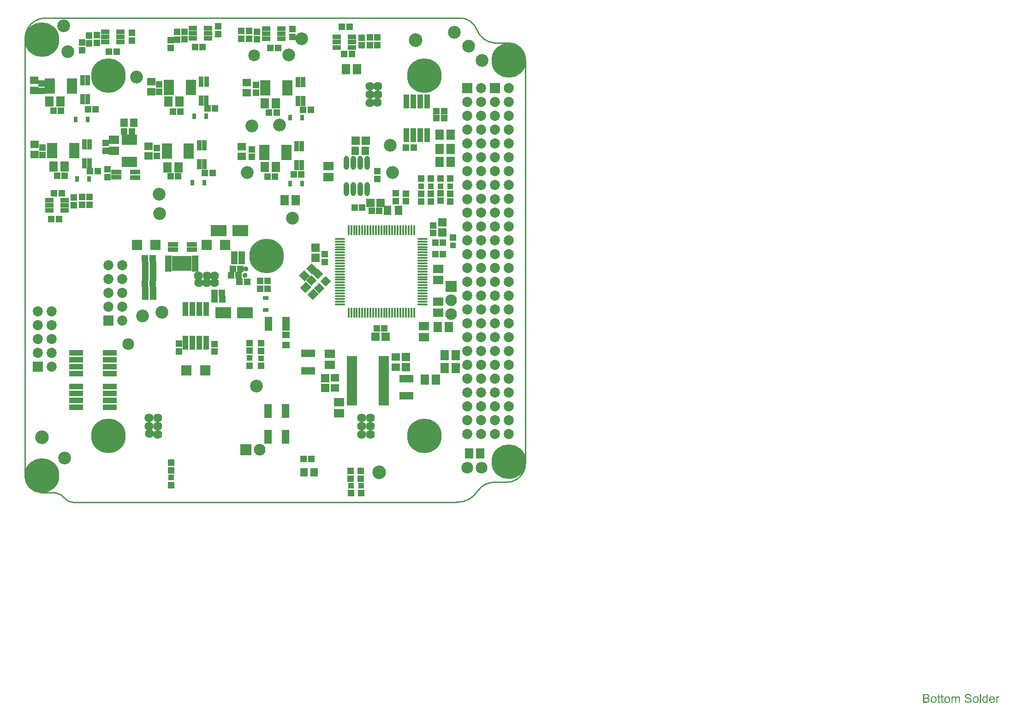
<source format=gbs>
G04*
G04 #@! TF.GenerationSoftware,Altium Limited,Altium Designer,18.1.7 (191)*
G04*
G04 Layer_Color=16711935*
%FSLAX25Y25*%
%MOIN*%
G70*
G01*
G75*
%ADD10C,0.01000*%
%ADD63R,0.04943X0.04943*%
%ADD65R,0.05731X0.10061*%
%ADD66R,0.05534X0.06124*%
%ADD69R,0.11243X0.08093*%
%ADD74R,0.10061X0.04156*%
%ADD75R,0.04550X0.04550*%
%ADD76R,0.07400X0.07400*%
%ADD78R,0.07400X0.06124*%
%ADD79C,0.09843*%
%ADD81R,0.06124X0.05534*%
%ADD82R,0.10061X0.05731*%
%ADD87R,0.04156X0.10061*%
%ADD89R,0.06124X0.07400*%
%ADD91R,0.08400X0.08400*%
%ADD92C,0.08400*%
%ADD93R,0.08400X0.08400*%
%ADD94C,0.07306*%
%ADD95R,0.07306X0.07306*%
%ADD96C,0.08487*%
%ADD97C,0.25022*%
%ADD98C,0.09274*%
%ADD99C,0.03762*%
%ADD100C,0.06400*%
%ADD146R,0.05534X0.04550*%
%ADD147R,0.07502X0.02581*%
%ADD148R,0.04943X0.02187*%
%ADD149R,0.13998X0.10849*%
%ADD150O,0.07290X0.01581*%
%ADD151O,0.01581X0.07290*%
%ADD152O,0.03762X0.10061*%
%ADD153R,0.04550X0.04550*%
%ADD154R,0.04400X0.04400*%
%ADD155P,0.07548X4X180.0*%
%ADD156R,0.05337X0.06518*%
%ADD157R,0.02874X0.03937*%
%ADD158R,0.02874X0.03898*%
%ADD159R,0.06400X0.03400*%
%ADD160R,0.06124X0.06124*%
%ADD161R,0.03172X0.07306*%
%ADD162R,0.07306X0.03644*%
%ADD163R,0.03644X0.07306*%
%ADD164R,0.06124X0.06124*%
%ADD165R,0.04943X0.04943*%
G04:AMPARAMS|DCode=166|XSize=55.34mil|YSize=61.24mil|CornerRadius=0mil|HoleSize=0mil|Usage=FLASHONLY|Rotation=135.000|XOffset=0mil|YOffset=0mil|HoleType=Round|Shape=Rectangle|*
%AMROTATEDRECTD166*
4,1,4,0.04122,0.00209,-0.00209,-0.04122,-0.04122,-0.00209,0.00209,0.04122,0.04122,0.00209,0.0*
%
%ADD166ROTATEDRECTD166*%

G04:AMPARAMS|DCode=167|XSize=55.34mil|YSize=61.24mil|CornerRadius=0mil|HoleSize=0mil|Usage=FLASHONLY|Rotation=225.000|XOffset=0mil|YOffset=0mil|HoleType=Round|Shape=Rectangle|*
%AMROTATEDRECTD167*
4,1,4,-0.00209,0.04122,0.04122,-0.00209,0.00209,-0.04122,-0.04122,0.00209,-0.00209,0.04122,0.0*
%
%ADD167ROTATEDRECTD167*%

%ADD168R,0.03898X0.02874*%
%ADD169R,0.03937X0.02874*%
%ADD170R,0.07306X0.03172*%
G36*
X681736Y-138584D02*
X681800D01*
X681973Y-138602D01*
X682164Y-138629D01*
X682365Y-138675D01*
X682583Y-138730D01*
X682784Y-138803D01*
X682793D01*
X682811Y-138812D01*
X682838Y-138830D01*
X682875Y-138848D01*
X682966Y-138894D01*
X683084Y-138976D01*
X683221Y-139067D01*
X683357Y-139185D01*
X683485Y-139322D01*
X683603Y-139477D01*
Y-139486D01*
X683613Y-139495D01*
X683631Y-139522D01*
X683649Y-139550D01*
X683695Y-139641D01*
X683749Y-139759D01*
X683813Y-139905D01*
X683859Y-140078D01*
X683904Y-140260D01*
X683922Y-140461D01*
X683121Y-140524D01*
Y-140515D01*
Y-140497D01*
X683111Y-140470D01*
X683102Y-140424D01*
X683075Y-140324D01*
X683039Y-140187D01*
X682984Y-140041D01*
X682902Y-139896D01*
X682802Y-139759D01*
X682674Y-139631D01*
X682656Y-139622D01*
X682611Y-139586D01*
X682519Y-139531D01*
X682401Y-139477D01*
X682246Y-139422D01*
X682064Y-139367D01*
X681836Y-139331D01*
X681581Y-139322D01*
X681454D01*
X681399Y-139331D01*
X681326Y-139340D01*
X681162Y-139358D01*
X680980Y-139395D01*
X680798Y-139440D01*
X680624Y-139513D01*
X680552Y-139559D01*
X680479Y-139604D01*
X680461Y-139613D01*
X680424Y-139650D01*
X680369Y-139714D01*
X680315Y-139786D01*
X680251Y-139887D01*
X680196Y-139996D01*
X680160Y-140123D01*
X680142Y-140269D01*
Y-140287D01*
Y-140324D01*
X680151Y-140388D01*
X680169Y-140461D01*
X680196Y-140552D01*
X680242Y-140643D01*
X680297Y-140734D01*
X680378Y-140825D01*
X680388Y-140834D01*
X680433Y-140861D01*
X680470Y-140889D01*
X680506Y-140907D01*
X680561Y-140934D01*
X680624Y-140971D01*
X680707Y-140998D01*
X680798Y-141034D01*
X680898Y-141071D01*
X681016Y-141116D01*
X681144Y-141153D01*
X681289Y-141198D01*
X681454Y-141235D01*
X681636Y-141280D01*
X681645D01*
X681681Y-141289D01*
X681736Y-141299D01*
X681800Y-141317D01*
X681882Y-141335D01*
X681982Y-141362D01*
X682082Y-141390D01*
X682191Y-141417D01*
X682428Y-141481D01*
X682656Y-141545D01*
X682765Y-141581D01*
X682866Y-141618D01*
X682957Y-141645D01*
X683030Y-141681D01*
X683039D01*
X683057Y-141690D01*
X683084Y-141709D01*
X683121Y-141727D01*
X683221Y-141781D01*
X683339Y-141854D01*
X683476Y-141955D01*
X683613Y-142064D01*
X683740Y-142191D01*
X683849Y-142328D01*
X683859Y-142346D01*
X683895Y-142392D01*
X683931Y-142474D01*
X683986Y-142583D01*
X684032Y-142711D01*
X684077Y-142866D01*
X684104Y-143039D01*
X684114Y-143221D01*
Y-143230D01*
Y-143239D01*
Y-143266D01*
Y-143303D01*
X684095Y-143403D01*
X684077Y-143531D01*
X684041Y-143676D01*
X683995Y-143831D01*
X683922Y-143995D01*
X683822Y-144168D01*
Y-144177D01*
X683813Y-144186D01*
X683768Y-144241D01*
X683704Y-144323D01*
X683613Y-144414D01*
X683494Y-144524D01*
X683348Y-144642D01*
X683184Y-144751D01*
X682993Y-144852D01*
X682984D01*
X682966Y-144861D01*
X682938Y-144870D01*
X682902Y-144888D01*
X682847Y-144906D01*
X682784Y-144933D01*
X682638Y-144970D01*
X682465Y-145016D01*
X682255Y-145061D01*
X682027Y-145088D01*
X681781Y-145097D01*
X681636D01*
X681563Y-145088D01*
X681481D01*
X681390Y-145079D01*
X681280Y-145070D01*
X681053Y-145034D01*
X680816Y-144997D01*
X680579Y-144933D01*
X680351Y-144852D01*
X680342D01*
X680324Y-144842D01*
X680297Y-144824D01*
X680260Y-144806D01*
X680151Y-144751D01*
X680023Y-144669D01*
X679878Y-144560D01*
X679723Y-144432D01*
X679577Y-144278D01*
X679440Y-144105D01*
Y-144095D01*
X679422Y-144077D01*
X679413Y-144050D01*
X679386Y-144013D01*
X679367Y-143968D01*
X679340Y-143913D01*
X679276Y-143777D01*
X679213Y-143604D01*
X679158Y-143412D01*
X679121Y-143193D01*
X679103Y-142966D01*
X679887Y-142893D01*
Y-142902D01*
Y-142911D01*
X679896Y-142938D01*
Y-142975D01*
X679914Y-143057D01*
X679941Y-143175D01*
X679978Y-143294D01*
X680014Y-143430D01*
X680078Y-143558D01*
X680142Y-143676D01*
X680151Y-143685D01*
X680178Y-143722D01*
X680224Y-143786D01*
X680297Y-143850D01*
X680388Y-143931D01*
X680488Y-144013D01*
X680624Y-144095D01*
X680770Y-144168D01*
X680779D01*
X680789Y-144177D01*
X680816Y-144186D01*
X680843Y-144196D01*
X680934Y-144223D01*
X681053Y-144259D01*
X681198Y-144296D01*
X681362Y-144323D01*
X681545Y-144341D01*
X681745Y-144351D01*
X681827D01*
X681918Y-144341D01*
X682027Y-144332D01*
X682155Y-144314D01*
X682301Y-144296D01*
X682446Y-144259D01*
X682583Y-144214D01*
X682601Y-144205D01*
X682647Y-144186D01*
X682711Y-144150D01*
X682793Y-144114D01*
X682875Y-144050D01*
X682966Y-143986D01*
X683057Y-143913D01*
X683130Y-143822D01*
X683139Y-143813D01*
X683157Y-143777D01*
X683184Y-143731D01*
X683221Y-143658D01*
X683257Y-143585D01*
X683285Y-143494D01*
X683303Y-143394D01*
X683312Y-143285D01*
Y-143275D01*
Y-143230D01*
X683303Y-143175D01*
X683294Y-143102D01*
X683266Y-143029D01*
X683239Y-142938D01*
X683193Y-142847D01*
X683130Y-142765D01*
X683121Y-142756D01*
X683093Y-142729D01*
X683057Y-142692D01*
X682993Y-142638D01*
X682920Y-142583D01*
X682820Y-142519D01*
X682702Y-142456D01*
X682565Y-142401D01*
X682556Y-142392D01*
X682510Y-142383D01*
X682437Y-142355D01*
X682392Y-142346D01*
X682328Y-142328D01*
X682264Y-142301D01*
X682182Y-142282D01*
X682091Y-142255D01*
X681982Y-142228D01*
X681873Y-142201D01*
X681745Y-142164D01*
X681599Y-142128D01*
X681444Y-142091D01*
X681435D01*
X681408Y-142082D01*
X681362Y-142073D01*
X681308Y-142055D01*
X681235Y-142037D01*
X681153Y-142018D01*
X680971Y-141964D01*
X680770Y-141900D01*
X680561Y-141836D01*
X680378Y-141772D01*
X680297Y-141736D01*
X680224Y-141700D01*
X680215D01*
X680205Y-141690D01*
X680151Y-141654D01*
X680069Y-141608D01*
X679978Y-141535D01*
X679868Y-141454D01*
X679759Y-141353D01*
X679650Y-141235D01*
X679559Y-141107D01*
X679550Y-141089D01*
X679522Y-141044D01*
X679486Y-140971D01*
X679449Y-140880D01*
X679413Y-140761D01*
X679377Y-140624D01*
X679349Y-140479D01*
X679340Y-140324D01*
Y-140315D01*
Y-140306D01*
Y-140278D01*
Y-140242D01*
X679358Y-140151D01*
X679377Y-140032D01*
X679404Y-139896D01*
X679449Y-139741D01*
X679513Y-139586D01*
X679604Y-139431D01*
Y-139422D01*
X679613Y-139413D01*
X679659Y-139358D01*
X679723Y-139285D01*
X679805Y-139194D01*
X679914Y-139094D01*
X680051Y-138985D01*
X680215Y-138884D01*
X680397Y-138793D01*
X680406D01*
X680424Y-138784D01*
X680451Y-138775D01*
X680488Y-138757D01*
X680533Y-138739D01*
X680597Y-138721D01*
X680734Y-138684D01*
X680907Y-138648D01*
X681107Y-138611D01*
X681317Y-138584D01*
X681554Y-138575D01*
X681672D01*
X681736Y-138584D01*
D02*
G37*
G36*
X695692Y-144988D02*
X694973D01*
Y-144414D01*
X694964Y-144423D01*
X694955Y-144442D01*
X694927Y-144478D01*
X694891Y-144524D01*
X694845Y-144569D01*
X694791Y-144624D01*
X694727Y-144688D01*
X694645Y-144751D01*
X694563Y-144815D01*
X694472Y-144879D01*
X694362Y-144933D01*
X694244Y-144979D01*
X694126Y-145025D01*
X693989Y-145061D01*
X693843Y-145079D01*
X693688Y-145088D01*
X693634D01*
X693597Y-145079D01*
X693488Y-145070D01*
X693360Y-145052D01*
X693205Y-145016D01*
X693032Y-144961D01*
X692859Y-144888D01*
X692686Y-144788D01*
X692677D01*
X692668Y-144770D01*
X692613Y-144733D01*
X692531Y-144660D01*
X692431Y-144569D01*
X692313Y-144451D01*
X692194Y-144305D01*
X692076Y-144141D01*
X691976Y-143950D01*
Y-143941D01*
X691966Y-143922D01*
X691957Y-143895D01*
X691939Y-143859D01*
X691921Y-143804D01*
X691894Y-143740D01*
X691875Y-143676D01*
X691857Y-143594D01*
X691812Y-143412D01*
X691766Y-143203D01*
X691739Y-142966D01*
X691730Y-142711D01*
Y-142702D01*
Y-142683D01*
Y-142647D01*
Y-142592D01*
X691739Y-142538D01*
Y-142465D01*
X691757Y-142301D01*
X691784Y-142109D01*
X691830Y-141900D01*
X691885Y-141681D01*
X691957Y-141472D01*
Y-141463D01*
X691966Y-141444D01*
X691985Y-141417D01*
X692003Y-141381D01*
X692058Y-141280D01*
X692131Y-141153D01*
X692222Y-141016D01*
X692340Y-140880D01*
X692477Y-140734D01*
X692641Y-140615D01*
X692650D01*
X692659Y-140606D01*
X692686Y-140588D01*
X692723Y-140570D01*
X692814Y-140524D01*
X692941Y-140461D01*
X693087Y-140406D01*
X693260Y-140360D01*
X693451Y-140324D01*
X693652Y-140315D01*
X693725D01*
X693798Y-140324D01*
X693898Y-140333D01*
X694016Y-140360D01*
X694144Y-140388D01*
X694271Y-140433D01*
X694390Y-140497D01*
X694408Y-140506D01*
X694444Y-140524D01*
X694499Y-140570D01*
X694572Y-140615D01*
X694663Y-140679D01*
X694745Y-140761D01*
X694836Y-140843D01*
X694918Y-140943D01*
Y-138684D01*
X695692D01*
Y-144988D01*
D02*
G37*
G36*
X703646Y-140324D02*
X703746Y-140342D01*
X703864Y-140378D01*
X703992Y-140424D01*
X704137Y-140488D01*
X704292Y-140570D01*
X704010Y-141280D01*
X704001Y-141271D01*
X703964Y-141253D01*
X703910Y-141226D01*
X703837Y-141198D01*
X703755Y-141171D01*
X703655Y-141144D01*
X703554Y-141126D01*
X703454Y-141116D01*
X703409D01*
X703363Y-141126D01*
X703299Y-141135D01*
X703235Y-141153D01*
X703154Y-141180D01*
X703072Y-141217D01*
X702999Y-141271D01*
X702990Y-141280D01*
X702962Y-141299D01*
X702935Y-141335D01*
X702889Y-141381D01*
X702844Y-141444D01*
X702798Y-141517D01*
X702753Y-141599D01*
X702716Y-141700D01*
X702707Y-141718D01*
X702698Y-141772D01*
X702680Y-141854D01*
X702653Y-141964D01*
X702625Y-142100D01*
X702607Y-142255D01*
X702598Y-142419D01*
X702589Y-142601D01*
Y-144988D01*
X701814D01*
Y-140415D01*
X702516D01*
Y-141107D01*
X702525Y-141098D01*
X702561Y-141034D01*
X702607Y-140953D01*
X702680Y-140852D01*
X702753Y-140752D01*
X702835Y-140643D01*
X702917Y-140552D01*
X702999Y-140479D01*
X703008Y-140470D01*
X703035Y-140451D01*
X703090Y-140424D01*
X703144Y-140397D01*
X703217Y-140369D01*
X703308Y-140342D01*
X703400Y-140324D01*
X703500Y-140315D01*
X703563D01*
X703646Y-140324D01*
D02*
G37*
G36*
X674384D02*
X674448D01*
X674512Y-140333D01*
X674667Y-140360D01*
X674831Y-140406D01*
X675004Y-140479D01*
X675177Y-140570D01*
X675322Y-140697D01*
X675341Y-140716D01*
X675377Y-140770D01*
X675441Y-140852D01*
X675468Y-140916D01*
X675505Y-140980D01*
X675541Y-141062D01*
X675568Y-141144D01*
X675605Y-141235D01*
X675632Y-141344D01*
X675651Y-141454D01*
X675669Y-141581D01*
X675687Y-141709D01*
Y-141854D01*
Y-144988D01*
X674913D01*
Y-142119D01*
Y-142109D01*
Y-142100D01*
Y-142046D01*
Y-141964D01*
X674903Y-141864D01*
X674894Y-141754D01*
X674885Y-141645D01*
X674867Y-141535D01*
X674840Y-141454D01*
Y-141444D01*
X674822Y-141417D01*
X674803Y-141381D01*
X674776Y-141335D01*
X674740Y-141280D01*
X674694Y-141226D01*
X674639Y-141171D01*
X674566Y-141116D01*
X674557Y-141107D01*
X674530Y-141098D01*
X674494Y-141080D01*
X674430Y-141053D01*
X674366Y-141025D01*
X674284Y-141007D01*
X674202Y-140998D01*
X674102Y-140989D01*
X674056D01*
X674020Y-140998D01*
X673929Y-141007D01*
X673819Y-141025D01*
X673692Y-141071D01*
X673555Y-141126D01*
X673419Y-141208D01*
X673291Y-141317D01*
X673282Y-141335D01*
X673245Y-141381D01*
X673191Y-141454D01*
X673136Y-141563D01*
X673072Y-141709D01*
X673027Y-141882D01*
X672990Y-142091D01*
X672972Y-142337D01*
Y-144988D01*
X672198D01*
Y-142027D01*
Y-142018D01*
Y-142000D01*
Y-141982D01*
Y-141946D01*
X672189Y-141845D01*
X672170Y-141736D01*
X672152Y-141608D01*
X672116Y-141481D01*
X672070Y-141362D01*
X672007Y-141253D01*
X671997Y-141244D01*
X671970Y-141208D01*
X671924Y-141171D01*
X671861Y-141116D01*
X671779Y-141071D01*
X671669Y-141025D01*
X671542Y-140998D01*
X671387Y-140989D01*
X671332D01*
X671269Y-140998D01*
X671196Y-141007D01*
X671105Y-141034D01*
X670995Y-141062D01*
X670895Y-141107D01*
X670786Y-141162D01*
X670777Y-141171D01*
X670740Y-141198D01*
X670695Y-141235D01*
X670631Y-141289D01*
X670567Y-141362D01*
X670503Y-141454D01*
X670439Y-141554D01*
X670385Y-141672D01*
X670376Y-141690D01*
X670367Y-141736D01*
X670348Y-141809D01*
X670321Y-141909D01*
X670294Y-142046D01*
X670276Y-142210D01*
X670266Y-142401D01*
X670257Y-142620D01*
Y-144988D01*
X669483D01*
Y-140415D01*
X670175D01*
Y-141071D01*
X670185Y-141053D01*
X670212Y-141016D01*
X670266Y-140953D01*
X670330Y-140880D01*
X670412Y-140788D01*
X670512Y-140697D01*
X670622Y-140606D01*
X670749Y-140524D01*
X670767Y-140515D01*
X670813Y-140488D01*
X670886Y-140461D01*
X670986Y-140415D01*
X671105Y-140378D01*
X671241Y-140351D01*
X671396Y-140324D01*
X671560Y-140315D01*
X671642D01*
X671742Y-140324D01*
X671852Y-140342D01*
X671988Y-140369D01*
X672125Y-140406D01*
X672261Y-140461D01*
X672389Y-140533D01*
X672407Y-140542D01*
X672444Y-140570D01*
X672498Y-140615D01*
X672571Y-140688D01*
X672644Y-140770D01*
X672726Y-140870D01*
X672799Y-140989D01*
X672854Y-141126D01*
X672863Y-141116D01*
X672881Y-141089D01*
X672908Y-141053D01*
X672954Y-140998D01*
X673009Y-140934D01*
X673072Y-140870D01*
X673145Y-140798D01*
X673236Y-140716D01*
X673337Y-140643D01*
X673437Y-140570D01*
X673555Y-140506D01*
X673683Y-140442D01*
X673819Y-140388D01*
X673965Y-140351D01*
X674111Y-140324D01*
X674275Y-140315D01*
X674339D01*
X674384Y-140324D01*
D02*
G37*
G36*
X690819Y-144988D02*
X690044D01*
Y-138684D01*
X690819D01*
Y-144988D01*
D02*
G37*
G36*
X651518Y-138693D02*
X651591D01*
X651755Y-138711D01*
X651937Y-138730D01*
X652128Y-138766D01*
X652320Y-138812D01*
X652493Y-138875D01*
X652502D01*
X652511Y-138884D01*
X652566Y-138912D01*
X652648Y-138957D01*
X652739Y-139021D01*
X652848Y-139103D01*
X652967Y-139203D01*
X653076Y-139331D01*
X653176Y-139468D01*
X653185Y-139486D01*
X653212Y-139540D01*
X653258Y-139613D01*
X653304Y-139723D01*
X653349Y-139850D01*
X653395Y-139987D01*
X653422Y-140142D01*
X653431Y-140297D01*
Y-140315D01*
Y-140360D01*
X653422Y-140442D01*
X653404Y-140542D01*
X653376Y-140661D01*
X653331Y-140788D01*
X653276Y-140916D01*
X653203Y-141053D01*
X653194Y-141071D01*
X653167Y-141107D01*
X653112Y-141180D01*
X653039Y-141253D01*
X652948Y-141344D01*
X652839Y-141444D01*
X652702Y-141535D01*
X652548Y-141627D01*
X652557D01*
X652575Y-141636D01*
X652602Y-141645D01*
X652639Y-141663D01*
X652748Y-141700D01*
X652876Y-141763D01*
X653012Y-141845D01*
X653167Y-141946D01*
X653304Y-142064D01*
X653431Y-142210D01*
X653440Y-142228D01*
X653477Y-142282D01*
X653531Y-142365D01*
X653586Y-142474D01*
X653641Y-142620D01*
X653695Y-142774D01*
X653732Y-142957D01*
X653741Y-143157D01*
Y-143166D01*
Y-143175D01*
Y-143230D01*
X653732Y-143321D01*
X653714Y-143430D01*
X653695Y-143558D01*
X653659Y-143695D01*
X653613Y-143840D01*
X653550Y-143986D01*
X653541Y-144004D01*
X653513Y-144050D01*
X653477Y-144114D01*
X653422Y-144205D01*
X653349Y-144296D01*
X653276Y-144396D01*
X653185Y-144496D01*
X653085Y-144578D01*
X653076Y-144587D01*
X653039Y-144615D01*
X652976Y-144651D01*
X652894Y-144688D01*
X652794Y-144742D01*
X652675Y-144797D01*
X652548Y-144842D01*
X652393Y-144888D01*
X652374D01*
X652320Y-144906D01*
X652229Y-144915D01*
X652110Y-144933D01*
X651965Y-144952D01*
X651791Y-144970D01*
X651600Y-144979D01*
X651381Y-144988D01*
X648976D01*
Y-138684D01*
X651454D01*
X651518Y-138693D01*
D02*
G37*
G36*
X663042Y-140415D02*
X663826D01*
Y-141016D01*
X663042D01*
Y-143704D01*
Y-143722D01*
Y-143758D01*
Y-143813D01*
X663051Y-143877D01*
X663060Y-144023D01*
X663069Y-144086D01*
X663079Y-144132D01*
X663088Y-144150D01*
X663115Y-144186D01*
X663152Y-144232D01*
X663215Y-144278D01*
X663234Y-144287D01*
X663279Y-144305D01*
X663361Y-144323D01*
X663480Y-144332D01*
X663571D01*
X663616Y-144323D01*
X663680D01*
X663753Y-144314D01*
X663826Y-144305D01*
X663926Y-144988D01*
X663908D01*
X663871Y-144997D01*
X663807Y-145006D01*
X663726Y-145016D01*
X663634Y-145034D01*
X663534Y-145043D01*
X663334Y-145052D01*
X663261D01*
X663188Y-145043D01*
X663097Y-145034D01*
X662988Y-145025D01*
X662878Y-144997D01*
X662778Y-144970D01*
X662678Y-144924D01*
X662669Y-144915D01*
X662641Y-144897D01*
X662605Y-144870D01*
X662550Y-144824D01*
X662505Y-144779D01*
X662450Y-144715D01*
X662395Y-144651D01*
X662359Y-144569D01*
Y-144560D01*
X662341Y-144524D01*
X662332Y-144460D01*
X662313Y-144369D01*
X662295Y-144250D01*
X662286Y-144177D01*
Y-144095D01*
X662277Y-143995D01*
X662268Y-143895D01*
Y-143786D01*
Y-143658D01*
Y-141016D01*
X661694D01*
Y-140415D01*
X662268D01*
Y-139285D01*
X663042Y-138821D01*
Y-140415D01*
D02*
G37*
G36*
X660592D02*
X661375D01*
Y-141016D01*
X660592D01*
Y-143704D01*
Y-143722D01*
Y-143758D01*
Y-143813D01*
X660601Y-143877D01*
X660610Y-144023D01*
X660619Y-144086D01*
X660628Y-144132D01*
X660637Y-144150D01*
X660665Y-144186D01*
X660701Y-144232D01*
X660765Y-144278D01*
X660783Y-144287D01*
X660828Y-144305D01*
X660911Y-144323D01*
X661029Y-144332D01*
X661120D01*
X661166Y-144323D01*
X661229D01*
X661302Y-144314D01*
X661375Y-144305D01*
X661475Y-144988D01*
X661457D01*
X661421Y-144997D01*
X661357Y-145006D01*
X661275Y-145016D01*
X661184Y-145034D01*
X661084Y-145043D01*
X660883Y-145052D01*
X660810D01*
X660737Y-145043D01*
X660646Y-145034D01*
X660537Y-145025D01*
X660428Y-144997D01*
X660327Y-144970D01*
X660227Y-144924D01*
X660218Y-144915D01*
X660191Y-144897D01*
X660154Y-144870D01*
X660100Y-144824D01*
X660054Y-144779D01*
X660000Y-144715D01*
X659945Y-144651D01*
X659908Y-144569D01*
Y-144560D01*
X659890Y-144524D01*
X659881Y-144460D01*
X659863Y-144369D01*
X659845Y-144250D01*
X659835Y-144177D01*
Y-144095D01*
X659826Y-143995D01*
X659817Y-143895D01*
Y-143786D01*
Y-143658D01*
Y-141016D01*
X659243D01*
Y-140415D01*
X659817D01*
Y-139285D01*
X660592Y-138821D01*
Y-140415D01*
D02*
G37*
G36*
X698945Y-140324D02*
X699018Y-140333D01*
X699109Y-140351D01*
X699209Y-140369D01*
X699327Y-140397D01*
X699437Y-140424D01*
X699564Y-140470D01*
X699683Y-140515D01*
X699810Y-140579D01*
X699938Y-140652D01*
X700065Y-140734D01*
X700184Y-140834D01*
X700293Y-140943D01*
X700302Y-140953D01*
X700320Y-140971D01*
X700348Y-141007D01*
X700384Y-141062D01*
X700430Y-141126D01*
X700475Y-141198D01*
X700530Y-141289D01*
X700585Y-141399D01*
X700639Y-141517D01*
X700694Y-141645D01*
X700739Y-141791D01*
X700785Y-141946D01*
X700821Y-142119D01*
X700849Y-142301D01*
X700867Y-142492D01*
X700876Y-142702D01*
Y-142711D01*
Y-142747D01*
Y-142811D01*
X700867Y-142902D01*
X697451D01*
Y-142911D01*
Y-142938D01*
X697460Y-142975D01*
Y-143029D01*
X697469Y-143093D01*
X697487Y-143166D01*
X697514Y-143330D01*
X697569Y-143512D01*
X697642Y-143713D01*
X697742Y-143895D01*
X697870Y-144059D01*
X697879D01*
X697888Y-144077D01*
X697943Y-144123D01*
X698025Y-144186D01*
X698134Y-144250D01*
X698280Y-144323D01*
X698444Y-144387D01*
X698626Y-144432D01*
X698726Y-144442D01*
X698835Y-144451D01*
X698908D01*
X698990Y-144442D01*
X699090Y-144423D01*
X699200Y-144396D01*
X699327Y-144360D01*
X699446Y-144305D01*
X699564Y-144232D01*
X699573Y-144223D01*
X699619Y-144186D01*
X699674Y-144132D01*
X699737Y-144059D01*
X699810Y-143959D01*
X699892Y-143831D01*
X699974Y-143685D01*
X700047Y-143512D01*
X700849Y-143613D01*
Y-143622D01*
X700840Y-143640D01*
X700831Y-143676D01*
X700812Y-143731D01*
X700785Y-143786D01*
X700758Y-143859D01*
X700685Y-144013D01*
X700594Y-144186D01*
X700466Y-144369D01*
X700320Y-144542D01*
X700138Y-144706D01*
X700129D01*
X700111Y-144724D01*
X700083Y-144742D01*
X700047Y-144770D01*
X699992Y-144797D01*
X699938Y-144824D01*
X699865Y-144861D01*
X699783Y-144897D01*
X699692Y-144933D01*
X699601Y-144970D01*
X699373Y-145025D01*
X699118Y-145070D01*
X698835Y-145088D01*
X698735D01*
X698671Y-145079D01*
X698589Y-145070D01*
X698489Y-145052D01*
X698380Y-145034D01*
X698261Y-145016D01*
X698006Y-144943D01*
X697870Y-144888D01*
X697742Y-144833D01*
X697606Y-144760D01*
X697478Y-144678D01*
X697360Y-144587D01*
X697241Y-144478D01*
X697232Y-144469D01*
X697214Y-144451D01*
X697187Y-144414D01*
X697150Y-144360D01*
X697105Y-144296D01*
X697059Y-144223D01*
X697004Y-144132D01*
X696950Y-144032D01*
X696895Y-143913D01*
X696840Y-143786D01*
X696795Y-143640D01*
X696749Y-143485D01*
X696713Y-143321D01*
X696686Y-143139D01*
X696667Y-142948D01*
X696658Y-142747D01*
Y-142738D01*
Y-142692D01*
Y-142638D01*
X696667Y-142556D01*
X696676Y-142456D01*
X696686Y-142346D01*
X696704Y-142219D01*
X696731Y-142091D01*
X696804Y-141800D01*
X696849Y-141654D01*
X696904Y-141499D01*
X696977Y-141353D01*
X697059Y-141217D01*
X697150Y-141080D01*
X697250Y-140953D01*
X697259Y-140943D01*
X697278Y-140925D01*
X697314Y-140898D01*
X697360Y-140852D01*
X697414Y-140807D01*
X697487Y-140752D01*
X697569Y-140688D01*
X697669Y-140634D01*
X697769Y-140570D01*
X697888Y-140515D01*
X698015Y-140461D01*
X698152Y-140415D01*
X698298Y-140369D01*
X698453Y-140342D01*
X698617Y-140324D01*
X698790Y-140315D01*
X698881D01*
X698945Y-140324D01*
D02*
G37*
G36*
X687165D02*
X687248Y-140333D01*
X687339Y-140351D01*
X687439Y-140369D01*
X687557Y-140388D01*
X687803Y-140470D01*
X687931Y-140515D01*
X688058Y-140579D01*
X688186Y-140643D01*
X688313Y-140734D01*
X688432Y-140825D01*
X688550Y-140934D01*
X688559Y-140943D01*
X688578Y-140962D01*
X688605Y-140998D01*
X688641Y-141044D01*
X688687Y-141107D01*
X688741Y-141189D01*
X688796Y-141280D01*
X688851Y-141381D01*
X688905Y-141490D01*
X688960Y-141627D01*
X689015Y-141763D01*
X689060Y-141918D01*
X689097Y-142082D01*
X689124Y-142255D01*
X689142Y-142437D01*
X689151Y-142638D01*
Y-142647D01*
Y-142674D01*
Y-142720D01*
Y-142784D01*
X689142Y-142857D01*
X689133Y-142948D01*
Y-143039D01*
X689115Y-143139D01*
X689088Y-143367D01*
X689033Y-143594D01*
X688969Y-143822D01*
X688878Y-144032D01*
Y-144041D01*
X688869Y-144050D01*
X688851Y-144077D01*
X688833Y-144114D01*
X688769Y-144205D01*
X688687Y-144314D01*
X688578Y-144442D01*
X688441Y-144569D01*
X688286Y-144697D01*
X688104Y-144815D01*
X688095D01*
X688086Y-144824D01*
X688058Y-144842D01*
X688013Y-144861D01*
X687967Y-144879D01*
X687913Y-144897D01*
X687776Y-144952D01*
X687621Y-144997D01*
X687430Y-145043D01*
X687229Y-145079D01*
X687011Y-145088D01*
X686919D01*
X686847Y-145079D01*
X686765Y-145070D01*
X686674Y-145052D01*
X686564Y-145034D01*
X686455Y-145016D01*
X686209Y-144943D01*
X686072Y-144888D01*
X685945Y-144833D01*
X685817Y-144760D01*
X685690Y-144678D01*
X685571Y-144587D01*
X685453Y-144478D01*
X685444Y-144469D01*
X685426Y-144451D01*
X685398Y-144414D01*
X685362Y-144360D01*
X685316Y-144296D01*
X685271Y-144223D01*
X685216Y-144132D01*
X685161Y-144023D01*
X685107Y-143904D01*
X685052Y-143767D01*
X685006Y-143622D01*
X684961Y-143467D01*
X684924Y-143294D01*
X684897Y-143112D01*
X684879Y-142911D01*
X684870Y-142702D01*
Y-142683D01*
Y-142647D01*
X684879Y-142583D01*
Y-142492D01*
X684888Y-142392D01*
X684906Y-142264D01*
X684924Y-142137D01*
X684961Y-141991D01*
X684997Y-141845D01*
X685043Y-141690D01*
X685098Y-141526D01*
X685170Y-141372D01*
X685243Y-141226D01*
X685344Y-141080D01*
X685444Y-140943D01*
X685571Y-140825D01*
X685580Y-140816D01*
X685599Y-140807D01*
X685635Y-140779D01*
X685681Y-140743D01*
X685735Y-140707D01*
X685808Y-140661D01*
X685881Y-140615D01*
X685972Y-140570D01*
X686072Y-140524D01*
X686182Y-140479D01*
X686428Y-140397D01*
X686710Y-140333D01*
X686856Y-140324D01*
X687011Y-140315D01*
X687102D01*
X687165Y-140324D01*
D02*
G37*
G36*
X666595D02*
X666677Y-140333D01*
X666768Y-140351D01*
X666868Y-140369D01*
X666987Y-140388D01*
X667233Y-140470D01*
X667360Y-140515D01*
X667488Y-140579D01*
X667615Y-140643D01*
X667743Y-140734D01*
X667861Y-140825D01*
X667980Y-140934D01*
X667989Y-140943D01*
X668007Y-140962D01*
X668035Y-140998D01*
X668071Y-141044D01*
X668117Y-141107D01*
X668171Y-141189D01*
X668226Y-141280D01*
X668281Y-141381D01*
X668335Y-141490D01*
X668390Y-141627D01*
X668444Y-141763D01*
X668490Y-141918D01*
X668526Y-142082D01*
X668554Y-142255D01*
X668572Y-142437D01*
X668581Y-142638D01*
Y-142647D01*
Y-142674D01*
Y-142720D01*
Y-142784D01*
X668572Y-142857D01*
X668563Y-142948D01*
Y-143039D01*
X668545Y-143139D01*
X668517Y-143367D01*
X668463Y-143594D01*
X668399Y-143822D01*
X668308Y-144032D01*
Y-144041D01*
X668299Y-144050D01*
X668281Y-144077D01*
X668262Y-144114D01*
X668198Y-144205D01*
X668117Y-144314D01*
X668007Y-144442D01*
X667871Y-144569D01*
X667716Y-144697D01*
X667533Y-144815D01*
X667524D01*
X667515Y-144824D01*
X667488Y-144842D01*
X667442Y-144861D01*
X667397Y-144879D01*
X667342Y-144897D01*
X667205Y-144952D01*
X667051Y-144997D01*
X666859Y-145043D01*
X666659Y-145079D01*
X666440Y-145088D01*
X666349D01*
X666276Y-145079D01*
X666194Y-145070D01*
X666103Y-145052D01*
X665994Y-145034D01*
X665884Y-145016D01*
X665639Y-144943D01*
X665502Y-144888D01*
X665374Y-144833D01*
X665247Y-144760D01*
X665119Y-144678D01*
X665001Y-144587D01*
X664882Y-144478D01*
X664873Y-144469D01*
X664855Y-144451D01*
X664828Y-144414D01*
X664791Y-144360D01*
X664746Y-144296D01*
X664700Y-144223D01*
X664646Y-144132D01*
X664591Y-144023D01*
X664536Y-143904D01*
X664482Y-143767D01*
X664436Y-143622D01*
X664391Y-143467D01*
X664354Y-143294D01*
X664327Y-143112D01*
X664309Y-142911D01*
X664299Y-142702D01*
Y-142683D01*
Y-142647D01*
X664309Y-142583D01*
Y-142492D01*
X664318Y-142392D01*
X664336Y-142264D01*
X664354Y-142137D01*
X664391Y-141991D01*
X664427Y-141845D01*
X664472Y-141690D01*
X664527Y-141526D01*
X664600Y-141372D01*
X664673Y-141226D01*
X664773Y-141080D01*
X664873Y-140943D01*
X665001Y-140825D01*
X665010Y-140816D01*
X665028Y-140807D01*
X665065Y-140779D01*
X665110Y-140743D01*
X665165Y-140707D01*
X665238Y-140661D01*
X665311Y-140615D01*
X665402Y-140570D01*
X665502Y-140524D01*
X665611Y-140479D01*
X665857Y-140397D01*
X666140Y-140333D01*
X666285Y-140324D01*
X666440Y-140315D01*
X666531D01*
X666595Y-140324D01*
D02*
G37*
G36*
X656793D02*
X656875Y-140333D01*
X656966Y-140351D01*
X657066Y-140369D01*
X657185Y-140388D01*
X657431Y-140470D01*
X657558Y-140515D01*
X657686Y-140579D01*
X657813Y-140643D01*
X657941Y-140734D01*
X658059Y-140825D01*
X658178Y-140934D01*
X658187Y-140943D01*
X658205Y-140962D01*
X658232Y-140998D01*
X658269Y-141044D01*
X658314Y-141107D01*
X658369Y-141189D01*
X658423Y-141280D01*
X658478Y-141381D01*
X658533Y-141490D01*
X658587Y-141627D01*
X658642Y-141763D01*
X658688Y-141918D01*
X658724Y-142082D01*
X658751Y-142255D01*
X658770Y-142437D01*
X658779Y-142638D01*
Y-142647D01*
Y-142674D01*
Y-142720D01*
Y-142784D01*
X658770Y-142857D01*
X658760Y-142948D01*
Y-143039D01*
X658742Y-143139D01*
X658715Y-143367D01*
X658660Y-143594D01*
X658597Y-143822D01*
X658505Y-144032D01*
Y-144041D01*
X658496Y-144050D01*
X658478Y-144077D01*
X658460Y-144114D01*
X658396Y-144205D01*
X658314Y-144314D01*
X658205Y-144442D01*
X658068Y-144569D01*
X657913Y-144697D01*
X657731Y-144815D01*
X657722D01*
X657713Y-144824D01*
X657686Y-144842D01*
X657640Y-144861D01*
X657594Y-144879D01*
X657540Y-144897D01*
X657403Y-144952D01*
X657248Y-144997D01*
X657057Y-145043D01*
X656856Y-145079D01*
X656638Y-145088D01*
X656547D01*
X656474Y-145079D01*
X656392Y-145070D01*
X656301Y-145052D01*
X656191Y-145034D01*
X656082Y-145016D01*
X655836Y-144943D01*
X655700Y-144888D01*
X655572Y-144833D01*
X655444Y-144760D01*
X655317Y-144678D01*
X655198Y-144587D01*
X655080Y-144478D01*
X655071Y-144469D01*
X655053Y-144451D01*
X655025Y-144414D01*
X654989Y-144360D01*
X654943Y-144296D01*
X654898Y-144223D01*
X654843Y-144132D01*
X654789Y-144023D01*
X654734Y-143904D01*
X654679Y-143767D01*
X654634Y-143622D01*
X654588Y-143467D01*
X654552Y-143294D01*
X654524Y-143112D01*
X654506Y-142911D01*
X654497Y-142702D01*
Y-142683D01*
Y-142647D01*
X654506Y-142583D01*
Y-142492D01*
X654515Y-142392D01*
X654533Y-142264D01*
X654552Y-142137D01*
X654588Y-141991D01*
X654625Y-141845D01*
X654670Y-141690D01*
X654725Y-141526D01*
X654798Y-141372D01*
X654871Y-141226D01*
X654971Y-141080D01*
X655071Y-140943D01*
X655198Y-140825D01*
X655208Y-140816D01*
X655226Y-140807D01*
X655262Y-140779D01*
X655308Y-140743D01*
X655363Y-140707D01*
X655435Y-140661D01*
X655508Y-140615D01*
X655599Y-140570D01*
X655700Y-140524D01*
X655809Y-140479D01*
X656055Y-140397D01*
X656337Y-140333D01*
X656483Y-140324D01*
X656638Y-140315D01*
X656729D01*
X656793Y-140324D01*
D02*
G37*
%LPC*%
G36*
X693734Y-140953D02*
X693688D01*
X693652Y-140962D01*
X693552Y-140971D01*
X693433Y-141007D01*
X693296Y-141053D01*
X693151Y-141135D01*
X693005Y-141235D01*
X692932Y-141308D01*
X692868Y-141381D01*
Y-141390D01*
X692850Y-141399D01*
X692841Y-141426D01*
X692814Y-141463D01*
X692786Y-141508D01*
X692759Y-141563D01*
X692732Y-141627D01*
X692695Y-141700D01*
X692659Y-141791D01*
X692631Y-141891D01*
X692604Y-142000D01*
X692577Y-142119D01*
X692559Y-142246D01*
X692540Y-142392D01*
X692522Y-142547D01*
Y-142711D01*
Y-142720D01*
Y-142747D01*
Y-142793D01*
X692531Y-142857D01*
Y-142929D01*
X692540Y-143011D01*
X692568Y-143203D01*
X692613Y-143412D01*
X692677Y-143631D01*
X692768Y-143840D01*
X692823Y-143931D01*
X692887Y-144023D01*
X692896D01*
X692905Y-144041D01*
X692950Y-144086D01*
X693032Y-144159D01*
X693132Y-144232D01*
X693260Y-144314D01*
X693415Y-144387D01*
X693579Y-144432D01*
X693670Y-144442D01*
X693761Y-144451D01*
X693807D01*
X693843Y-144442D01*
X693943Y-144432D01*
X694062Y-144396D01*
X694198Y-144351D01*
X694344Y-144278D01*
X694490Y-144177D01*
X694563Y-144114D01*
X694627Y-144041D01*
Y-144032D01*
X694645Y-144023D01*
X694663Y-143995D01*
X694681Y-143959D01*
X694709Y-143913D01*
X694745Y-143868D01*
X694772Y-143795D01*
X694809Y-143722D01*
X694845Y-143640D01*
X694873Y-143549D01*
X694909Y-143439D01*
X694936Y-143330D01*
X694955Y-143203D01*
X694973Y-143075D01*
X694991Y-142929D01*
Y-142774D01*
Y-142765D01*
Y-142729D01*
Y-142683D01*
X694982Y-142620D01*
Y-142547D01*
X694973Y-142456D01*
X694964Y-142355D01*
X694945Y-142246D01*
X694900Y-142027D01*
X694836Y-141800D01*
X694745Y-141581D01*
X694690Y-141490D01*
X694627Y-141399D01*
Y-141390D01*
X694608Y-141381D01*
X694563Y-141326D01*
X694481Y-141253D01*
X694381Y-141171D01*
X694253Y-141089D01*
X694098Y-141025D01*
X693925Y-140971D01*
X693834Y-140962D01*
X693734Y-140953D01*
D02*
G37*
G36*
X651308Y-139431D02*
X649815D01*
Y-141326D01*
X651363D01*
X651482Y-141317D01*
X651609Y-141308D01*
X651737Y-141299D01*
X651864Y-141280D01*
X651965Y-141262D01*
X651983Y-141253D01*
X652019Y-141244D01*
X652074Y-141217D01*
X652147Y-141180D01*
X652219Y-141144D01*
X652302Y-141089D01*
X652384Y-141016D01*
X652447Y-140943D01*
X652456Y-140934D01*
X652475Y-140907D01*
X652502Y-140852D01*
X652529Y-140788D01*
X652557Y-140716D01*
X652584Y-140624D01*
X652602Y-140515D01*
X652611Y-140397D01*
Y-140378D01*
Y-140342D01*
X652602Y-140287D01*
X652593Y-140215D01*
X652575Y-140123D01*
X652548Y-140032D01*
X652511Y-139941D01*
X652456Y-139850D01*
X652447Y-139841D01*
X652429Y-139814D01*
X652393Y-139768D01*
X652347Y-139723D01*
X652283Y-139668D01*
X652210Y-139613D01*
X652119Y-139559D01*
X652019Y-139522D01*
X652010D01*
X651965Y-139504D01*
X651901Y-139495D01*
X651800Y-139477D01*
X651664Y-139458D01*
X651509Y-139449D01*
X651308Y-139431D01*
D02*
G37*
G36*
X651473Y-142073D02*
X649815D01*
Y-144241D01*
X651609D01*
X651800Y-144232D01*
X651883Y-144223D01*
X651955Y-144214D01*
X651965D01*
X652001Y-144205D01*
X652056Y-144196D01*
X652119Y-144177D01*
X652274Y-144123D01*
X652429Y-144050D01*
X652438Y-144041D01*
X652465Y-144023D01*
X652502Y-143995D01*
X652548Y-143959D01*
X652593Y-143904D01*
X652657Y-143850D01*
X652702Y-143777D01*
X652757Y-143695D01*
X652766Y-143685D01*
X652775Y-143658D01*
X652794Y-143604D01*
X652821Y-143540D01*
X652848Y-143467D01*
X652866Y-143376D01*
X652876Y-143266D01*
X652885Y-143157D01*
Y-143139D01*
Y-143102D01*
X652876Y-143029D01*
X652857Y-142948D01*
X652839Y-142857D01*
X652803Y-142756D01*
X652757Y-142656D01*
X652693Y-142556D01*
X652684Y-142547D01*
X652657Y-142510D01*
X652620Y-142465D01*
X652566Y-142410D01*
X652493Y-142346D01*
X652402Y-142282D01*
X652302Y-142228D01*
X652183Y-142182D01*
X652165Y-142173D01*
X652128Y-142164D01*
X652046Y-142146D01*
X651946Y-142128D01*
X651819Y-142109D01*
X651664Y-142091D01*
X651473Y-142073D01*
D02*
G37*
G36*
X698799Y-140953D02*
X698744D01*
X698708Y-140962D01*
X698608Y-140971D01*
X698489Y-140998D01*
X698344Y-141044D01*
X698189Y-141107D01*
X698043Y-141198D01*
X697897Y-141317D01*
X697879Y-141335D01*
X697842Y-141381D01*
X697779Y-141463D01*
X697715Y-141572D01*
X697642Y-141700D01*
X697578Y-141864D01*
X697524Y-142055D01*
X697496Y-142264D01*
X700056D01*
Y-142255D01*
Y-142237D01*
X700047Y-142210D01*
Y-142173D01*
X700029Y-142064D01*
X700001Y-141946D01*
X699956Y-141800D01*
X699910Y-141663D01*
X699837Y-141526D01*
X699755Y-141408D01*
Y-141399D01*
X699737Y-141390D01*
X699692Y-141335D01*
X699610Y-141262D01*
X699500Y-141180D01*
X699364Y-141098D01*
X699200Y-141025D01*
X699009Y-140971D01*
X698908Y-140962D01*
X698799Y-140953D01*
D02*
G37*
G36*
X687011D02*
X686956D01*
X686910Y-140962D01*
X686810Y-140971D01*
X686674Y-141007D01*
X686519Y-141062D01*
X686355Y-141135D01*
X686200Y-141244D01*
X686118Y-141317D01*
X686045Y-141390D01*
Y-141399D01*
X686027Y-141408D01*
X686009Y-141435D01*
X685981Y-141472D01*
X685954Y-141517D01*
X685926Y-141572D01*
X685890Y-141645D01*
X685854Y-141718D01*
X685817Y-141809D01*
X685781Y-141900D01*
X685753Y-142009D01*
X685726Y-142128D01*
X685699Y-142255D01*
X685681Y-142392D01*
X685672Y-142547D01*
X685662Y-142702D01*
Y-142711D01*
Y-142738D01*
Y-142784D01*
X685672Y-142847D01*
Y-142920D01*
X685681Y-143002D01*
X685708Y-143193D01*
X685753Y-143412D01*
X685826Y-143631D01*
X685917Y-143840D01*
X685981Y-143931D01*
X686045Y-144023D01*
X686054D01*
X686063Y-144041D01*
X686118Y-144086D01*
X686200Y-144159D01*
X686309Y-144232D01*
X686446Y-144314D01*
X686610Y-144387D01*
X686801Y-144432D01*
X686901Y-144442D01*
X687011Y-144451D01*
X687065D01*
X687111Y-144442D01*
X687211Y-144423D01*
X687348Y-144396D01*
X687494Y-144341D01*
X687657Y-144269D01*
X687812Y-144159D01*
X687894Y-144086D01*
X687967Y-144013D01*
X687976Y-144004D01*
X687985Y-143995D01*
X688004Y-143968D01*
X688031Y-143931D01*
X688058Y-143886D01*
X688095Y-143831D01*
X688131Y-143758D01*
X688168Y-143685D01*
X688204Y-143594D01*
X688231Y-143494D01*
X688268Y-143385D01*
X688295Y-143266D01*
X688322Y-143130D01*
X688341Y-142993D01*
X688359Y-142838D01*
Y-142674D01*
Y-142665D01*
Y-142638D01*
Y-142592D01*
X688350Y-142538D01*
Y-142465D01*
X688341Y-142383D01*
X688313Y-142191D01*
X688268Y-141991D01*
X688195Y-141772D01*
X688095Y-141572D01*
X688040Y-141472D01*
X687967Y-141390D01*
Y-141381D01*
X687949Y-141372D01*
X687894Y-141317D01*
X687812Y-141253D01*
X687703Y-141171D01*
X687566Y-141089D01*
X687402Y-141016D01*
X687220Y-140971D01*
X687120Y-140962D01*
X687011Y-140953D01*
D02*
G37*
G36*
X666440D02*
X666386D01*
X666340Y-140962D01*
X666240Y-140971D01*
X666103Y-141007D01*
X665948Y-141062D01*
X665784Y-141135D01*
X665629Y-141244D01*
X665548Y-141317D01*
X665475Y-141390D01*
Y-141399D01*
X665456Y-141408D01*
X665438Y-141435D01*
X665411Y-141472D01*
X665383Y-141517D01*
X665356Y-141572D01*
X665320Y-141645D01*
X665283Y-141718D01*
X665247Y-141809D01*
X665210Y-141900D01*
X665183Y-142009D01*
X665156Y-142128D01*
X665128Y-142255D01*
X665110Y-142392D01*
X665101Y-142547D01*
X665092Y-142702D01*
Y-142711D01*
Y-142738D01*
Y-142784D01*
X665101Y-142847D01*
Y-142920D01*
X665110Y-143002D01*
X665137Y-143193D01*
X665183Y-143412D01*
X665256Y-143631D01*
X665347Y-143840D01*
X665411Y-143931D01*
X665475Y-144023D01*
X665484D01*
X665493Y-144041D01*
X665548Y-144086D01*
X665629Y-144159D01*
X665739Y-144232D01*
X665875Y-144314D01*
X666039Y-144387D01*
X666231Y-144432D01*
X666331Y-144442D01*
X666440Y-144451D01*
X666495D01*
X666540Y-144442D01*
X666641Y-144423D01*
X666777Y-144396D01*
X666923Y-144341D01*
X667087Y-144269D01*
X667242Y-144159D01*
X667324Y-144086D01*
X667397Y-144013D01*
X667406Y-144004D01*
X667415Y-143995D01*
X667433Y-143968D01*
X667461Y-143931D01*
X667488Y-143886D01*
X667524Y-143831D01*
X667561Y-143758D01*
X667597Y-143685D01*
X667634Y-143594D01*
X667661Y-143494D01*
X667697Y-143385D01*
X667725Y-143266D01*
X667752Y-143130D01*
X667770Y-142993D01*
X667789Y-142838D01*
Y-142674D01*
Y-142665D01*
Y-142638D01*
Y-142592D01*
X667779Y-142538D01*
Y-142465D01*
X667770Y-142383D01*
X667743Y-142191D01*
X667697Y-141991D01*
X667625Y-141772D01*
X667524Y-141572D01*
X667470Y-141472D01*
X667397Y-141390D01*
Y-141381D01*
X667379Y-141372D01*
X667324Y-141317D01*
X667242Y-141253D01*
X667133Y-141171D01*
X666996Y-141089D01*
X666832Y-141016D01*
X666650Y-140971D01*
X666550Y-140962D01*
X666440Y-140953D01*
D02*
G37*
G36*
X656638D02*
X656583D01*
X656538Y-140962D01*
X656437Y-140971D01*
X656301Y-141007D01*
X656146Y-141062D01*
X655982Y-141135D01*
X655827Y-141244D01*
X655745Y-141317D01*
X655672Y-141390D01*
Y-141399D01*
X655654Y-141408D01*
X655636Y-141435D01*
X655609Y-141472D01*
X655581Y-141517D01*
X655554Y-141572D01*
X655517Y-141645D01*
X655481Y-141718D01*
X655444Y-141809D01*
X655408Y-141900D01*
X655381Y-142009D01*
X655353Y-142128D01*
X655326Y-142255D01*
X655308Y-142392D01*
X655299Y-142547D01*
X655290Y-142702D01*
Y-142711D01*
Y-142738D01*
Y-142784D01*
X655299Y-142847D01*
Y-142920D01*
X655308Y-143002D01*
X655335Y-143193D01*
X655381Y-143412D01*
X655454Y-143631D01*
X655545Y-143840D01*
X655609Y-143931D01*
X655672Y-144023D01*
X655681D01*
X655690Y-144041D01*
X655745Y-144086D01*
X655827Y-144159D01*
X655936Y-144232D01*
X656073Y-144314D01*
X656237Y-144387D01*
X656428Y-144432D01*
X656529Y-144442D01*
X656638Y-144451D01*
X656693D01*
X656738Y-144442D01*
X656838Y-144423D01*
X656975Y-144396D01*
X657121Y-144341D01*
X657285Y-144269D01*
X657440Y-144159D01*
X657522Y-144086D01*
X657594Y-144013D01*
X657604Y-144004D01*
X657613Y-143995D01*
X657631Y-143968D01*
X657658Y-143931D01*
X657686Y-143886D01*
X657722Y-143831D01*
X657758Y-143758D01*
X657795Y-143685D01*
X657831Y-143594D01*
X657859Y-143494D01*
X657895Y-143385D01*
X657922Y-143266D01*
X657950Y-143130D01*
X657968Y-142993D01*
X657986Y-142838D01*
Y-142674D01*
Y-142665D01*
Y-142638D01*
Y-142592D01*
X657977Y-142538D01*
Y-142465D01*
X657968Y-142383D01*
X657941Y-142191D01*
X657895Y-141991D01*
X657822Y-141772D01*
X657722Y-141572D01*
X657667Y-141472D01*
X657594Y-141390D01*
Y-141381D01*
X657576Y-141372D01*
X657522Y-141317D01*
X657440Y-141253D01*
X657330Y-141171D01*
X657194Y-141089D01*
X657030Y-141016D01*
X656847Y-140971D01*
X656747Y-140962D01*
X656638Y-140953D01*
D02*
G37*
%LPD*%
D10*
X14449Y349882D02*
G03*
X45Y335005I609J-15002D01*
G01*
X326575Y341220D02*
G03*
X314724Y349882I-12571J-4763D01*
G01*
X326575Y341339D02*
G03*
X338898Y331928I13326J4677D01*
G01*
X361631Y319611D02*
G03*
X349410Y331906I-12330J-35D01*
G01*
X339435Y14356D02*
G03*
X327284Y8150I-253J-14503D01*
G01*
X348242Y14356D02*
G03*
X361631Y27953I-102J13490D01*
G01*
X311967Y-72D02*
G03*
X327284Y8150I575J17307D01*
G01*
X29278Y2252D02*
G03*
X34488Y-72I4950J4095D01*
G01*
X29278Y2252D02*
G03*
X21524Y6947I-10086J-7908D01*
G01*
X39Y18032D02*
G03*
X11317Y6947I11796J722D01*
G01*
X39Y18032D02*
Y334880D01*
X14449Y349882D02*
X16575D01*
X314724D01*
X338898Y331928D02*
X349301D01*
X361631Y27953D02*
X361631Y319611D01*
X339181Y14356D02*
X348242D01*
X34488Y-72D02*
X311967Y-72D01*
X11317Y6947D02*
X21524D01*
D63*
X275394Y256260D02*
D03*
X280906D02*
D03*
X142386Y151166D02*
D03*
X136874D02*
D03*
X86598Y176323D02*
D03*
X92110D02*
D03*
X86598Y157924D02*
D03*
X92110D02*
D03*
X256008Y210497D02*
D03*
X250496D02*
D03*
X243724Y212938D02*
D03*
X238212D02*
D03*
X301992Y187623D02*
D03*
X296480D02*
D03*
X71638Y267938D02*
D03*
X77149D02*
D03*
X45457Y283843D02*
D03*
X50968D02*
D03*
X20535Y282820D02*
D03*
X26047D02*
D03*
X47071Y239276D02*
D03*
X52583D02*
D03*
X23094Y235733D02*
D03*
X28606D02*
D03*
X131835Y284552D02*
D03*
X137346D02*
D03*
X106835Y282229D02*
D03*
X112346D02*
D03*
X19039Y204394D02*
D03*
X24551D02*
D03*
X130024Y237820D02*
D03*
X135535D02*
D03*
X105220Y235379D02*
D03*
X110732D02*
D03*
X200968Y283371D02*
D03*
X206480D02*
D03*
X176283Y281599D02*
D03*
X181795D02*
D03*
X199630Y236835D02*
D03*
X194118D02*
D03*
X175142Y235339D02*
D03*
X180654D02*
D03*
X128331Y328686D02*
D03*
X122819D02*
D03*
X66126Y325575D02*
D03*
X60614D02*
D03*
X21008Y223174D02*
D03*
X26520D02*
D03*
X182858Y328331D02*
D03*
X177346D02*
D03*
X236087Y323725D02*
D03*
X230575D02*
D03*
X228961Y343607D02*
D03*
X234472D02*
D03*
X259630Y125497D02*
D03*
X254118D02*
D03*
D65*
X175535Y65969D02*
D03*
X188134D02*
D03*
X188488Y128804D02*
D03*
X175890D02*
D03*
X188134Y47111D02*
D03*
X175535D02*
D03*
D66*
X208799Y21378D02*
D03*
X201516D02*
D03*
X71421Y274197D02*
D03*
X78705D02*
D03*
X245870Y253961D02*
D03*
X238586D02*
D03*
D69*
X159079Y136835D02*
D03*
X143331D02*
D03*
X139984Y196166D02*
D03*
X155732D02*
D03*
D74*
X36913Y92819D02*
D03*
Y97820D02*
D03*
Y102820D02*
D03*
Y107819D02*
D03*
X61342Y92819D02*
D03*
Y97820D02*
D03*
Y102820D02*
D03*
Y107819D02*
D03*
X36913Y68449D02*
D03*
Y73449D02*
D03*
Y78449D02*
D03*
Y83449D02*
D03*
X61342Y68449D02*
D03*
Y73449D02*
D03*
Y78449D02*
D03*
Y83449D02*
D03*
D75*
X154325Y163976D02*
D03*
X148825D02*
D03*
X175268Y154232D02*
D03*
X169768D02*
D03*
Y159730D02*
D03*
X175268D02*
D03*
X297286Y282575D02*
D03*
X302786D02*
D03*
X297286Y277362D02*
D03*
X302786D02*
D03*
X301947Y179079D02*
D03*
X296447D02*
D03*
X92493Y153128D02*
D03*
X86993D02*
D03*
Y166927D02*
D03*
X92493D02*
D03*
X155026Y159129D02*
D03*
X160526D02*
D03*
X137037Y146442D02*
D03*
X142537D02*
D03*
X86993Y148528D02*
D03*
X92493D02*
D03*
X86993Y162327D02*
D03*
X92493D02*
D03*
X155604Y168504D02*
D03*
X150104D02*
D03*
X92493Y171527D02*
D03*
X86993D02*
D03*
X156589Y174337D02*
D03*
X151089D02*
D03*
X206789Y31166D02*
D03*
X201289D02*
D03*
X156687Y178839D02*
D03*
X151187D02*
D03*
D76*
X130215Y95157D02*
D03*
X116715D02*
D03*
X131226Y185969D02*
D03*
X144726D02*
D03*
X80872D02*
D03*
X94372D02*
D03*
D78*
X288113Y119016D02*
D03*
Y127016D02*
D03*
X219149Y242937D02*
D03*
Y234937D02*
D03*
X226953Y72331D02*
D03*
Y64331D02*
D03*
X220181Y107056D02*
D03*
Y99056D02*
D03*
X64275Y253938D02*
D03*
Y261938D02*
D03*
X298543Y168606D02*
D03*
Y160606D02*
D03*
Y144787D02*
D03*
Y136787D02*
D03*
D79*
X256063Y21496D02*
D03*
X282205Y333819D02*
D03*
X12362Y46811D02*
D03*
D81*
X267898Y104808D02*
D03*
Y97524D02*
D03*
X223803Y89847D02*
D03*
Y82564D02*
D03*
X89197Y250044D02*
D03*
Y257327D02*
D03*
X91165Y296501D02*
D03*
Y303784D02*
D03*
X160417Y295831D02*
D03*
Y303115D02*
D03*
X6559Y297406D02*
D03*
Y304690D02*
D03*
X7071Y251067D02*
D03*
Y258351D02*
D03*
X156475Y249717D02*
D03*
Y257001D02*
D03*
D82*
X275457Y89316D02*
D03*
Y76717D02*
D03*
X204433Y107583D02*
D03*
Y94985D02*
D03*
D87*
X115850Y139473D02*
D03*
X120850D02*
D03*
X125850D02*
D03*
X130850D02*
D03*
X115850Y115044D02*
D03*
X120850D02*
D03*
X125850D02*
D03*
X130850D02*
D03*
X290456Y265098D02*
D03*
X285455D02*
D03*
X280455D02*
D03*
X275455D02*
D03*
X290456Y289528D02*
D03*
X285455D02*
D03*
X280455D02*
D03*
X275455D02*
D03*
D89*
X328764Y35157D02*
D03*
X320764D02*
D03*
X173228Y288287D02*
D03*
X181228D02*
D03*
X296835Y88543D02*
D03*
X288835D02*
D03*
X195480Y218150D02*
D03*
X187480D02*
D03*
X239984Y312795D02*
D03*
X231984D02*
D03*
X103610Y289434D02*
D03*
X111610D02*
D03*
X102835Y241929D02*
D03*
X110835D02*
D03*
X173165Y242052D02*
D03*
X181165D02*
D03*
X311386Y106330D02*
D03*
X303386D02*
D03*
X311386Y96724D02*
D03*
X303386D02*
D03*
X307572Y265354D02*
D03*
X299572D02*
D03*
X307572Y255315D02*
D03*
X299572D02*
D03*
X307572Y245709D02*
D03*
X299572D02*
D03*
X306247Y126378D02*
D03*
X298247D02*
D03*
X17653Y289370D02*
D03*
X25653D02*
D03*
X28551Y242618D02*
D03*
X20551D02*
D03*
D91*
X307972Y156004D02*
D03*
D92*
Y146004D02*
D03*
Y136004D02*
D03*
X169646Y37964D02*
D03*
D93*
X159646D02*
D03*
D94*
X329590Y59040D02*
D03*
X319590D02*
D03*
X329590Y69040D02*
D03*
X319590D02*
D03*
X329590Y79040D02*
D03*
X319590D02*
D03*
X329590Y89040D02*
D03*
X319590D02*
D03*
X329590Y99040D02*
D03*
X319590D02*
D03*
X329590Y109040D02*
D03*
X319590D02*
D03*
X329590Y119040D02*
D03*
X319590D02*
D03*
X329590Y129040D02*
D03*
X319590D02*
D03*
X329590Y139040D02*
D03*
X319590D02*
D03*
X329590Y149040D02*
D03*
X319590D02*
D03*
X329590Y159040D02*
D03*
X319590D02*
D03*
X329590Y169040D02*
D03*
X319590D02*
D03*
X329590Y179040D02*
D03*
X319590D02*
D03*
X329590Y189040D02*
D03*
X319590D02*
D03*
X329590Y199040D02*
D03*
X319590D02*
D03*
X329590Y209040D02*
D03*
X319590D02*
D03*
X329590Y219040D02*
D03*
X319590Y218942D02*
D03*
X329590Y229040D02*
D03*
X319590D02*
D03*
X329590Y239040D02*
D03*
X319590D02*
D03*
X329590Y249040D02*
D03*
X319590D02*
D03*
X329590Y259040D02*
D03*
X319590D02*
D03*
X329590Y269040D02*
D03*
X319590D02*
D03*
X329590Y279040D02*
D03*
X319590D02*
D03*
X329590Y289040D02*
D03*
X319590D02*
D03*
X329590Y299040D02*
D03*
X319590Y49040D02*
D03*
X329590D02*
D03*
X349590D02*
D03*
X339590D02*
D03*
X349590Y299040D02*
D03*
X339590Y289040D02*
D03*
X349590D02*
D03*
X339590Y279040D02*
D03*
X349590D02*
D03*
X339590Y269040D02*
D03*
X349590D02*
D03*
X339571Y259040D02*
D03*
X349590D02*
D03*
X339571Y249040D02*
D03*
X349590D02*
D03*
X339590Y239040D02*
D03*
X349590D02*
D03*
X339590Y229040D02*
D03*
X349590D02*
D03*
X339590Y218942D02*
D03*
X349590Y219040D02*
D03*
X339590Y209040D02*
D03*
X349590D02*
D03*
X339590Y199040D02*
D03*
X349590D02*
D03*
X339590Y189040D02*
D03*
X349590D02*
D03*
X339590Y179040D02*
D03*
X349590D02*
D03*
X339590Y169040D02*
D03*
X349590D02*
D03*
X339590Y159040D02*
D03*
X349590D02*
D03*
X339590Y149040D02*
D03*
X349590D02*
D03*
X339590Y139040D02*
D03*
X349590D02*
D03*
X339590Y129040D02*
D03*
X349590D02*
D03*
X339590Y119040D02*
D03*
X349590D02*
D03*
X339590Y109040D02*
D03*
X349590D02*
D03*
X339590Y99040D02*
D03*
X349590D02*
D03*
X339590Y89040D02*
D03*
X349590D02*
D03*
X339590Y79040D02*
D03*
X349590D02*
D03*
X339590Y69040D02*
D03*
X349590D02*
D03*
X339590Y59040D02*
D03*
X349590D02*
D03*
X19370Y137835D02*
D03*
X9370D02*
D03*
X19370Y127835D02*
D03*
X9370D02*
D03*
X19370Y117835D02*
D03*
X9370D02*
D03*
X19370Y107835D02*
D03*
X9370D02*
D03*
X19370Y97835D02*
D03*
X70157Y131299D02*
D03*
X60158Y141299D02*
D03*
X70157D02*
D03*
X60158Y151299D02*
D03*
X70157D02*
D03*
X60158Y161299D02*
D03*
X70157D02*
D03*
X60158Y171299D02*
D03*
X70157D02*
D03*
D95*
X319590Y299040D02*
D03*
X339571D02*
D03*
X9370Y97835D02*
D03*
X60158Y131299D02*
D03*
D96*
X165732Y322977D02*
D03*
X74528Y114119D02*
D03*
X319488Y24882D02*
D03*
X329764Y24685D02*
D03*
D97*
X288591Y47736D02*
D03*
X349606Y29052D02*
D03*
X12303Y19209D02*
D03*
Y334268D02*
D03*
X349570Y319126D02*
D03*
X60378Y308174D02*
D03*
X288591Y308136D02*
D03*
X60391Y47736D02*
D03*
X174490Y177979D02*
D03*
D98*
X30906Y325590D02*
D03*
X190457Y323174D02*
D03*
X184039Y272662D02*
D03*
X193228Y205079D02*
D03*
X310181Y339512D02*
D03*
X320693Y329394D02*
D03*
X97228Y208449D02*
D03*
X199787Y334827D02*
D03*
X160693Y238016D02*
D03*
X163803Y271993D02*
D03*
X265496Y238253D02*
D03*
X263803Y257741D02*
D03*
X97071Y222544D02*
D03*
X167370Y83686D02*
D03*
X98842Y137072D02*
D03*
X84905Y134473D02*
D03*
X80748Y307205D02*
D03*
X330315Y319126D02*
D03*
X28567Y31875D02*
D03*
X28055Y344079D02*
D03*
D99*
X159749Y168504D02*
D03*
X158858Y163976D02*
D03*
D100*
X89960Y49409D02*
D03*
X249590Y48961D02*
D03*
X243252Y60851D02*
D03*
X89512Y54906D02*
D03*
X96047D02*
D03*
X131441Y163646D02*
D03*
X125181D02*
D03*
X136913D02*
D03*
X136874Y158607D02*
D03*
X125654D02*
D03*
X131264D02*
D03*
X249157Y288646D02*
D03*
X249590Y60851D02*
D03*
X243252Y48961D02*
D03*
X96047Y60851D02*
D03*
X89512D02*
D03*
X96047Y48961D02*
D03*
X249590Y54906D02*
D03*
X243252D02*
D03*
X255063Y300457D02*
D03*
X249157D02*
D03*
Y294552D02*
D03*
X255063D02*
D03*
X254747Y288960D02*
D03*
D146*
X188646Y113469D02*
D03*
Y120753D02*
D03*
D147*
X236362Y71048D02*
D03*
Y73607D02*
D03*
Y76166D02*
D03*
Y78725D02*
D03*
Y81284D02*
D03*
Y83843D02*
D03*
Y86402D02*
D03*
Y88961D02*
D03*
Y91520D02*
D03*
Y94079D02*
D03*
Y96638D02*
D03*
Y99197D02*
D03*
Y101757D02*
D03*
Y104316D02*
D03*
X259197Y71048D02*
D03*
Y73607D02*
D03*
Y76166D02*
D03*
Y78725D02*
D03*
Y81284D02*
D03*
Y83843D02*
D03*
Y86402D02*
D03*
Y88961D02*
D03*
Y91520D02*
D03*
Y94079D02*
D03*
Y96638D02*
D03*
Y99197D02*
D03*
Y101757D02*
D03*
Y104316D02*
D03*
D148*
X123016Y169197D02*
D03*
Y170772D02*
D03*
Y172347D02*
D03*
Y173922D02*
D03*
Y175497D02*
D03*
Y177071D02*
D03*
Y167623D02*
D03*
X103724Y177071D02*
D03*
Y175497D02*
D03*
Y173922D02*
D03*
Y167623D02*
D03*
Y169197D02*
D03*
Y170772D02*
D03*
Y172347D02*
D03*
D149*
X113272Y172347D02*
D03*
D150*
X227642Y190221D02*
D03*
Y188253D02*
D03*
Y186284D02*
D03*
Y184316D02*
D03*
Y182347D02*
D03*
Y180378D02*
D03*
Y178410D02*
D03*
Y176442D02*
D03*
Y174473D02*
D03*
Y172504D02*
D03*
Y170536D02*
D03*
Y168568D02*
D03*
Y166599D02*
D03*
Y164630D02*
D03*
Y162662D02*
D03*
Y160694D02*
D03*
Y158725D02*
D03*
Y156756D02*
D03*
Y154788D02*
D03*
Y152820D02*
D03*
Y150851D02*
D03*
Y148882D02*
D03*
Y146914D02*
D03*
Y144946D02*
D03*
Y142977D02*
D03*
X287287D02*
D03*
Y144946D02*
D03*
Y146914D02*
D03*
Y148882D02*
D03*
Y150851D02*
D03*
Y152820D02*
D03*
Y154788D02*
D03*
Y156756D02*
D03*
Y158725D02*
D03*
Y160694D02*
D03*
Y162662D02*
D03*
Y164630D02*
D03*
Y166599D02*
D03*
Y168568D02*
D03*
Y170536D02*
D03*
Y172504D02*
D03*
Y174473D02*
D03*
Y176442D02*
D03*
Y178410D02*
D03*
Y180378D02*
D03*
Y182347D02*
D03*
Y184316D02*
D03*
Y186284D02*
D03*
Y188253D02*
D03*
Y190221D02*
D03*
D151*
X233842Y136776D02*
D03*
X235811D02*
D03*
X237779D02*
D03*
X239748D02*
D03*
X241716D02*
D03*
X243685D02*
D03*
X245654D02*
D03*
X247622D02*
D03*
X249590D02*
D03*
X251559D02*
D03*
X253527D02*
D03*
X255496D02*
D03*
X257465D02*
D03*
X259433D02*
D03*
X261402D02*
D03*
X263370D02*
D03*
X265338D02*
D03*
X267307D02*
D03*
X269275D02*
D03*
X271244D02*
D03*
X273213D02*
D03*
X275181D02*
D03*
X277150D02*
D03*
X279118D02*
D03*
X281086D02*
D03*
Y196422D02*
D03*
X279118D02*
D03*
X277150D02*
D03*
X275181D02*
D03*
X273213D02*
D03*
X271244D02*
D03*
X269275D02*
D03*
X267307D02*
D03*
X265338D02*
D03*
X263370D02*
D03*
X261402D02*
D03*
X259433D02*
D03*
X257465D02*
D03*
X255496D02*
D03*
X253527D02*
D03*
X251559D02*
D03*
X249590D02*
D03*
X247622D02*
D03*
X245654D02*
D03*
X243685D02*
D03*
X241716D02*
D03*
X239748D02*
D03*
X237779D02*
D03*
X235811D02*
D03*
X233842D02*
D03*
D152*
X247405Y226245D02*
D03*
X242405D02*
D03*
X237405D02*
D03*
X232405D02*
D03*
X247405Y245142D02*
D03*
X242405D02*
D03*
X237405D02*
D03*
X232405D02*
D03*
D153*
X105645Y12272D02*
D03*
X235505Y6502D02*
D03*
X309291Y191057D02*
D03*
X249374Y335793D02*
D03*
Y330293D02*
D03*
X300168Y233837D02*
D03*
X170684Y98437D02*
D03*
X293226Y233837D02*
D03*
X286283D02*
D03*
X162308Y98641D02*
D03*
X242711Y16965D02*
D03*
Y22465D02*
D03*
X235417Y16965D02*
D03*
Y22465D02*
D03*
X286283Y222735D02*
D03*
Y217235D02*
D03*
X300339Y223207D02*
D03*
Y217707D02*
D03*
X105606Y22856D02*
D03*
Y28356D02*
D03*
X254591Y330293D02*
D03*
Y335793D02*
D03*
X170684Y114764D02*
D03*
Y109264D02*
D03*
X162308Y109467D02*
D03*
Y114967D02*
D03*
X307386Y217235D02*
D03*
Y222735D02*
D03*
X293226Y217235D02*
D03*
Y222735D02*
D03*
X41126Y326605D02*
D03*
Y332105D02*
D03*
X46475Y214848D02*
D03*
Y220348D02*
D03*
X46303Y331644D02*
D03*
Y337144D02*
D03*
X41259Y220348D02*
D03*
Y214848D02*
D03*
X105378Y328337D02*
D03*
Y333837D02*
D03*
X110023Y334282D02*
D03*
Y339782D02*
D03*
X156327Y340368D02*
D03*
Y334868D02*
D03*
X161820D02*
D03*
Y340368D02*
D03*
X307346Y233837D02*
D03*
X242798Y6502D02*
D03*
D154*
X105645Y17772D02*
D03*
X235505Y12002D02*
D03*
X309291Y185557D02*
D03*
X300168Y228337D02*
D03*
X170684Y103937D02*
D03*
X293226Y228337D02*
D03*
X286283D02*
D03*
X162308Y104141D02*
D03*
X307346Y228337D02*
D03*
X242798Y12002D02*
D03*
D155*
X217300Y159370D02*
D03*
X211732Y164938D02*
D03*
X206999Y160206D02*
D03*
X212428Y154499D02*
D03*
D156*
X261913Y210930D02*
D03*
X269787D02*
D03*
D157*
X200197Y230315D02*
D03*
X129626Y231004D02*
D03*
X200295Y277756D02*
D03*
X45177Y276481D02*
D03*
X46358Y233366D02*
D03*
X130905Y278740D02*
D03*
D158*
X191535Y230315D02*
D03*
X120965Y231004D02*
D03*
X191634Y277756D02*
D03*
X36516Y276481D02*
D03*
X37697Y233366D02*
D03*
X122244Y278740D02*
D03*
D159*
X225260Y332347D02*
D03*
X236283Y328607D02*
D03*
Y336087D02*
D03*
Y332347D02*
D03*
X225260Y336087D02*
D03*
Y328607D02*
D03*
X68803Y339827D02*
D03*
Y332347D02*
D03*
X57780Y336087D02*
D03*
Y332347D02*
D03*
Y339827D02*
D03*
X68803Y336087D02*
D03*
X17661Y210772D02*
D03*
Y218253D02*
D03*
X28685Y214512D02*
D03*
Y218253D02*
D03*
Y210772D02*
D03*
X17661Y214512D02*
D03*
X132346Y342509D02*
D03*
Y335028D02*
D03*
X121323Y338768D02*
D03*
Y335028D02*
D03*
Y342509D02*
D03*
X132346Y338768D02*
D03*
X185146Y342245D02*
D03*
Y334764D02*
D03*
X174123Y338505D02*
D03*
Y334764D02*
D03*
Y342245D02*
D03*
X185146Y338505D02*
D03*
D160*
X253212Y119394D02*
D03*
X260535D02*
D03*
X256756Y216323D02*
D03*
X249433D02*
D03*
X246087Y261245D02*
D03*
X238764D02*
D03*
D161*
X71421Y261776D02*
D03*
X73980D02*
D03*
X76539D02*
D03*
X79098D02*
D03*
X71421Y245831D02*
D03*
X73980D02*
D03*
X76539D02*
D03*
X79098D02*
D03*
D162*
X79665Y238347D02*
D03*
Y234606D02*
D03*
X66083Y238445D02*
D03*
Y234705D02*
D03*
X106933Y182446D02*
D03*
Y186186D02*
D03*
X120516Y182347D02*
D03*
Y186087D02*
D03*
D163*
X200909Y289925D02*
D03*
X197169D02*
D03*
X201008Y303507D02*
D03*
X197268D02*
D03*
X41535Y304926D02*
D03*
X45276D02*
D03*
X41437Y291343D02*
D03*
X45177D02*
D03*
X42913Y258381D02*
D03*
X46654D02*
D03*
X42815Y244799D02*
D03*
X46555D02*
D03*
X127362Y303902D02*
D03*
X131102D02*
D03*
X127264Y290319D02*
D03*
X131004D02*
D03*
X196260Y257103D02*
D03*
X200000D02*
D03*
X196161Y243520D02*
D03*
X199902D02*
D03*
X125909Y257859D02*
D03*
X129650D02*
D03*
X125811Y244276D02*
D03*
X129551D02*
D03*
D164*
X275299Y97544D02*
D03*
Y104867D02*
D03*
X216874Y82347D02*
D03*
Y89670D02*
D03*
X301559Y194867D02*
D03*
Y202190D02*
D03*
X209984Y183686D02*
D03*
Y176363D02*
D03*
D165*
X136795Y108804D02*
D03*
Y114316D02*
D03*
X111126Y114501D02*
D03*
Y108990D02*
D03*
X294827Y194434D02*
D03*
Y199945D02*
D03*
X254512Y239079D02*
D03*
Y233568D02*
D03*
X267858Y223016D02*
D03*
Y217505D02*
D03*
X275299Y222859D02*
D03*
Y217347D02*
D03*
X51992Y331875D02*
D03*
Y337386D02*
D03*
X77346Y339158D02*
D03*
Y333646D02*
D03*
X35294Y220151D02*
D03*
Y214639D02*
D03*
X115220Y334473D02*
D03*
Y339985D02*
D03*
X139748Y343804D02*
D03*
Y338292D02*
D03*
X167508Y334473D02*
D03*
Y339985D02*
D03*
X193370Y341717D02*
D03*
Y336205D02*
D03*
X166795Y296008D02*
D03*
Y301520D02*
D03*
X95378Y250182D02*
D03*
Y255694D02*
D03*
X97071Y296402D02*
D03*
Y301914D02*
D03*
X163877Y249422D02*
D03*
Y254934D02*
D03*
X11835Y297111D02*
D03*
Y302623D02*
D03*
X12701Y250733D02*
D03*
Y256245D02*
D03*
X243409Y335596D02*
D03*
Y330084D02*
D03*
X216677Y179079D02*
D03*
Y173567D02*
D03*
X59472Y234867D02*
D03*
Y240379D02*
D03*
X58134Y259512D02*
D03*
Y254001D02*
D03*
D166*
X208189Y150048D02*
D03*
X203039Y155198D02*
D03*
D167*
X207126Y168623D02*
D03*
X201976Y163473D02*
D03*
D168*
X173917Y138883D02*
D03*
D169*
Y147544D02*
D03*
D170*
X33838Y304367D02*
D03*
Y301808D02*
D03*
Y299249D02*
D03*
Y296690D02*
D03*
X17894Y304367D02*
D03*
Y301808D02*
D03*
Y299249D02*
D03*
Y296690D02*
D03*
X35461Y250312D02*
D03*
Y257989D02*
D03*
Y255430D02*
D03*
Y252871D02*
D03*
X19516Y257989D02*
D03*
Y255430D02*
D03*
Y252871D02*
D03*
Y250312D02*
D03*
X103957Y295784D02*
D03*
Y298343D02*
D03*
Y300902D02*
D03*
Y303461D02*
D03*
X119902Y295784D02*
D03*
Y298343D02*
D03*
Y300902D02*
D03*
Y303461D02*
D03*
X118366Y257438D02*
D03*
Y254878D02*
D03*
Y252320D02*
D03*
Y249760D02*
D03*
X102421Y257438D02*
D03*
Y254878D02*
D03*
Y252320D02*
D03*
Y249760D02*
D03*
X189630Y303253D02*
D03*
Y300693D02*
D03*
Y298134D02*
D03*
Y295575D02*
D03*
X173685Y303253D02*
D03*
Y300693D02*
D03*
Y298134D02*
D03*
Y295575D02*
D03*
X188764Y256678D02*
D03*
Y254119D02*
D03*
Y251560D02*
D03*
Y249001D02*
D03*
X172819Y256678D02*
D03*
Y254119D02*
D03*
Y251560D02*
D03*
Y249001D02*
D03*
M02*

</source>
